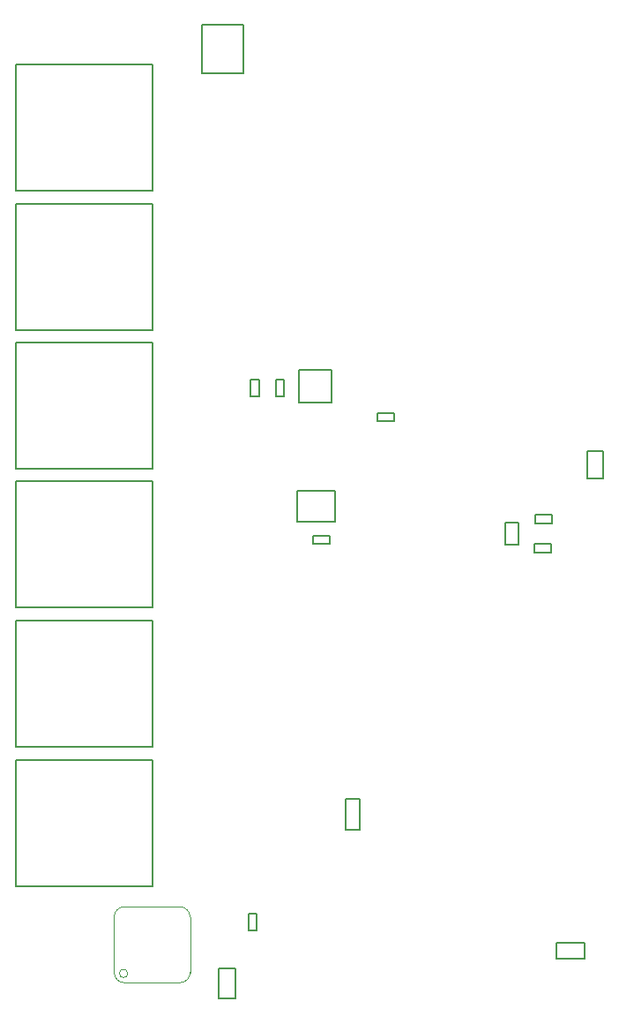
<source format=gbr>
%TF.GenerationSoftware,Altium Limited,Altium Designer,25.8.1 (18)*%
G04 Layer_Color=8388736*
%FSLAX45Y45*%
%MOMM*%
%TF.SameCoordinates,031978D1-9D18-463A-8735-F8186BF7E524*%
%TF.FilePolarity,Positive*%
%TF.FileFunction,Other,Top_3D_Body*%
%TF.Part,Single*%
G01*
G75*
%TA.AperFunction,NonConductor*%
%ADD73C,0.10000*%
%ADD74C,0.20000*%
D73*
X1698239Y1993611D02*
G03*
X1698239Y1993611I-40000J0D01*
G01*
X1568239Y2003611D02*
G03*
X1668239Y1903611I100000J0D01*
G01*
X2198239D02*
G03*
X2298239Y2003611I0J100000D01*
G01*
Y2533610D02*
G03*
X2198239Y2633610I-100000J0D01*
G01*
X1668239D02*
G03*
X1568239Y2533610I0J-100000D01*
G01*
X1668239Y2633610D02*
X2198239D01*
X2298239Y2003611D02*
Y2533610D01*
X1568239Y2003611D02*
Y2533610D01*
X1668239Y1903611D02*
X2198239D01*
D74*
X625057Y4167385D02*
X1935057D01*
Y5377385D01*
X625057D02*
X1935057D01*
X625057Y4167385D02*
Y5377385D01*
X2573839Y2042410D02*
X2733839D01*
Y1752410D02*
Y2042410D01*
X2573839Y1752410D02*
X2733839D01*
X2573839D02*
Y2042410D01*
X3341290Y7465039D02*
Y7780039D01*
X3656290D01*
Y7465039D02*
Y7780039D01*
X3341290Y7465039D02*
X3656290D01*
X3322639Y6624211D02*
X3692639D01*
Y6324211D02*
Y6624211D01*
X3322639Y6324211D02*
X3692639D01*
X3322639D02*
Y6624211D01*
X3120039Y7531211D02*
Y7691211D01*
X3200039D01*
Y7531211D02*
Y7691211D01*
X3120039Y7531211D02*
X3200039D01*
X2880045Y7531157D02*
X2960044D01*
Y7691158D01*
X2880045D02*
X2960044D01*
X2880045Y7531157D02*
Y7691158D01*
X5768573Y6310039D02*
Y6390039D01*
X5608573D02*
X5768573D01*
X5608573Y6310039D02*
Y6390039D01*
Y6310039D02*
X5768573D01*
X5765911Y6030045D02*
Y6110045D01*
X5605911D02*
X5765911D01*
X5605911Y6030045D02*
Y6110045D01*
Y6030045D02*
X5765911D01*
X5323797Y6102497D02*
X5453797D01*
Y6317496D01*
X5323797D02*
X5453797D01*
X5323797Y6102497D02*
Y6317496D01*
X3790090Y3371227D02*
X3930090D01*
X3790090D02*
Y3671227D01*
X3930090D01*
Y3371227D02*
Y3671227D01*
X2858938Y2566610D02*
X2938938D01*
X2858938Y2406610D02*
Y2566610D01*
Y2406610D02*
X2938938D01*
Y2566610D01*
X4100003Y7291200D02*
Y7371199D01*
Y7291200D02*
X4260003D01*
Y7371199D01*
X4100003D02*
X4260003D01*
X624039Y5501210D02*
X1934039D01*
Y6711211D01*
X624039D02*
X1934039D01*
X624039Y5501210D02*
Y6711211D01*
X624039Y9501210D02*
X1934039D01*
Y10711210D01*
X624039D02*
X1934039D01*
X624039Y9501210D02*
Y10711210D01*
X6112540Y7003711D02*
X6267540D01*
X6112540Y6738711D02*
Y7003711D01*
Y6738711D02*
X6267540D01*
Y7003711D01*
X625039Y8166210D02*
X1935039D01*
Y9376210D01*
X625039D02*
X1935039D01*
X625039Y8166210D02*
Y9376210D01*
X3477647Y6111211D02*
Y6191211D01*
Y6111211D02*
X3637647D01*
Y6191211D01*
X3477647D02*
X3637647D01*
X625039Y6836850D02*
X1935039D01*
Y8046851D01*
X625039D02*
X1935039D01*
X625039Y6836850D02*
Y8046851D01*
X624039Y2832430D02*
X1934039D01*
Y4042430D01*
X624039D02*
X1934039D01*
X624039Y2832430D02*
Y4042430D01*
X2412556Y10631160D02*
Y11091160D01*
X2807556D01*
Y10631160D02*
Y11091160D01*
X2412556Y10631160D02*
X2807556D01*
X5817522Y2133766D02*
Y2288766D01*
Y2133766D02*
X6082522D01*
Y2288766D01*
X5817522D02*
X6082522D01*
%TF.MD5,89156db3b0fc26ad0a3cac19932a0ba0*%
M02*

</source>
